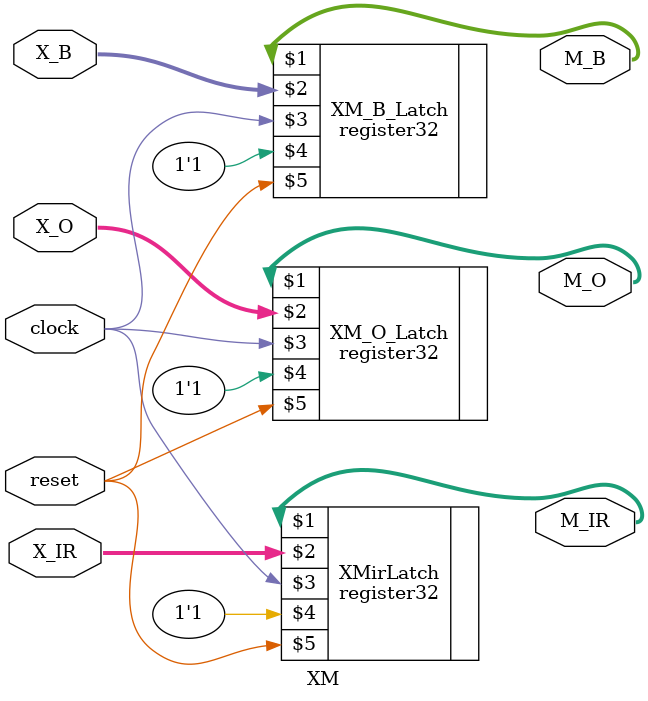
<source format=v>
module XM(M_O, M_B, M_IR, X_O, X_B, X_IR, clock, reset);
    input clock, reset;
    input [31:0] X_O, X_B, X_IR;
    output [31:0] M_O, M_B, M_IR;

    register32 XM_O_Latch(M_O, X_O, clock, 1'b1, reset);
    register32 XM_B_Latch(M_B, X_B, clock, 1'b1, reset);
    register32 XMirLatch(M_IR, X_IR, clock, 1'b1, reset);

endmodule
</source>
